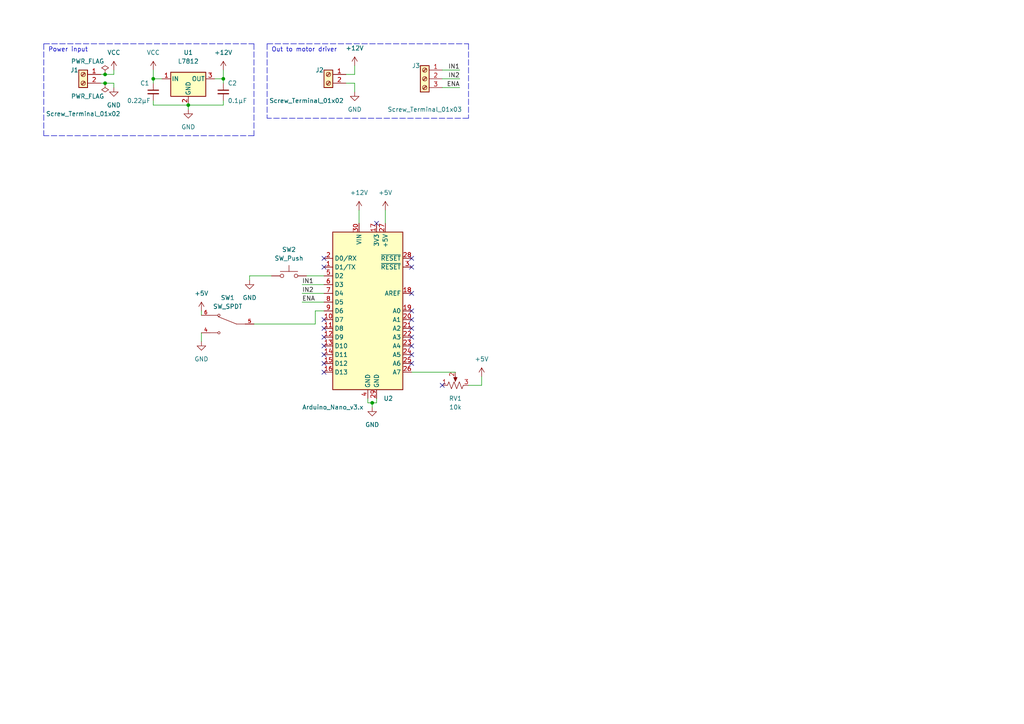
<source format=kicad_sch>
(kicad_sch (version 20211123) (generator eeschema)
  (paper "A4")
  (title_block (title "Coil Winder") (date "2023-01-29") (rev "A"))
  (lib_symbols
    (symbol "200USP1T1A1M6RE:200USP1T1A1M6RE" (pin_names (offset 1.016))
      (property "Reference" "S" (at -2.54 5.08 0))
      (property "Value" "200USP1T1A1M6RE" (at -2.54 -5.08 0))
      (symbol "200USP1T1A1M6RE_0_0"
        (polyline (pts (xy -2.54 0) (xy -5.08 0)) (stroke (width 0.1524)))
        (polyline (pts (xy -2.54 0) (xy 2.794 2.1336)) (stroke (width 0.1524)))
        (polyline (pts (xy 5.08 -2.54) (xy 2.921 -2.54)) (stroke (width 0.1524)))
        (polyline (pts (xy 5.08 2.54) (xy 2.921 2.54)) (stroke (width 0.1524)))
        (circle (center 2.54 -2.54) (radius 0.3302) (stroke (width 0.1524)))
        (circle (center 2.54 2.54) (radius 0.3302) (stroke (width 0.1524)))
        (pin passive line (at 7.62 -2.54 180) (length 2.54) (name "~") (number "4"))
        (pin passive line (at -7.62 0 0) (length 2.54) (name "~") (number "5"))
        (pin passive line (at 7.62 2.54 180) (length 2.54) (name "~") (number "6"))
      )
    )
    (symbol "Connector:Screw_Terminal_01x02" (pin_names (offset 1.016) hide)
      (property "Reference" "J" (at 0 2.54 0))
      (property "Value" "Screw_Terminal_01x02" (at 0 -5.08 0))
      (symbol "Screw_Terminal_01x02_1_1"
        (rectangle (start -1.27 1.27) (end 1.27 -3.81) (stroke (width 0.254)) (fill (type background)))
        (circle (center 0 -2.54) (radius 0.635) (stroke (width 0.1524)))
        (polyline (pts (xy -0.5334 -2.2098) (xy 0.3302 -3.048)) (stroke (width 0.1524)))
        (polyline (pts (xy -0.5334 0.3302) (xy 0.3302 -0.508)) (stroke (width 0.1524)))
        (polyline (pts (xy -0.3556 -2.032) (xy 0.508 -2.8702)) (stroke (width 0.1524)))
        (polyline (pts (xy -0.3556 0.508) (xy 0.508 -0.3302)) (stroke (width 0.1524)))
        (circle (center 0 0) (radius 0.635) (stroke (width 0.1524)))
        (pin passive line (at -5.08 0 0) (length 3.81) (name "Pin_1") (number "1"))
        (pin passive line (at -5.08 -2.54 0) (length 3.81) (name "Pin_2") (number "2"))
      )
    )
    (symbol "Connector:Screw_Terminal_01x03" (pin_names (offset 1.016) hide)
      (property "Reference" "J" (at 0 5.08 0))
      (property "Value" "Screw_Terminal_01x03" (at 0 -5.08 0))
      (symbol "Screw_Terminal_01x03_1_1"
        (rectangle (start -1.27 3.81) (end 1.27 -3.81) (stroke (width 0.254)) (fill (type background)))
        (circle (center 0 -2.54) (radius 0.635) (stroke (width 0.1524)))
        (polyline (pts (xy -0.5334 -2.2098) (xy 0.3302 -3.048)) (stroke (width 0.1524)))
        (polyline (pts (xy -0.5334 0.3302) (xy 0.3302 -0.508)) (stroke (width 0.1524)))
        (polyline (pts (xy -0.5334 2.8702) (xy 0.3302 2.032)) (stroke (width 0.1524)))
        (polyline (pts (xy -0.3556 -2.032) (xy 0.508 -2.8702)) (stroke (width 0.1524)))
        (polyline (pts (xy -0.3556 0.508) (xy 0.508 -0.3302)) (stroke (width 0.1524)))
        (polyline (pts (xy -0.3556 3.048) (xy 0.508 2.2098)) (stroke (width 0.1524)))
        (circle (center 0 0) (radius 0.635) (stroke (width 0.1524)))
        (circle (center 0 2.54) (radius 0.635) (stroke (width 0.1524)))
        (pin passive line (at -5.08 2.54 0) (length 3.81) (name "Pin_1") (number "1"))
        (pin passive line (at -5.08 0 0) (length 3.81) (name "Pin_2") (number "2"))
        (pin passive line (at -5.08 -2.54 0) (length 3.81) (name "Pin_3") (number "3"))
      )
    )
    (symbol "Device:C_Small" (pin_numbers hide) (pin_names (offset 0.254) hide)
      (property "Reference" "C" (at 0.254 1.778 0))
      (property "Value" "C_Small" (at 0.254 -2.032 0))
      (symbol "C_Small_0_1"
        (polyline (pts (xy -1.524 -0.508) (xy 1.524 -0.508)) (stroke (width 0.3302)))
        (polyline (pts (xy -1.524 0.508) (xy 1.524 0.508)) (stroke (width 0.3048)))
      )
      (symbol "C_Small_1_1"
        (pin passive line (at 0 2.54 270) (length 2.032) (name "~") (number "1"))
        (pin passive line (at 0 -2.54 90) (length 2.032) (name "~") (number "2"))
      )
    )
    (symbol "Device:R_Potentiometer_US" (pin_names (offset 1.016) hide)
      (property "Reference" "RV" (at -4.445 0 90))
      (property "Value" "R_Potentiometer_US" (at -2.54 0 90))
      (symbol "R_Potentiometer_US_0_1"
        (polyline (pts (xy 0 -2.286) (xy 0 -2.54)))
        (polyline (pts (xy 0 2.54) (xy 0 2.286)))
        (polyline (pts (xy 2.54 0) (xy 1.524 0)))
        (polyline (pts (xy 1.143 0) (xy 2.286 0.508) (xy 2.286 -0.508) (xy 1.143 0)) (fill (type outline)))
        (polyline (pts (xy 0 -0.762) (xy 1.016 -1.143) (xy 0 -1.524) (xy -1.016 -1.905) (xy 0 -2.286)))
        (polyline (pts (xy 0 0.762) (xy 1.016 0.381) (xy 0 0) (xy -1.016 -0.381) (xy 0 -0.762)))
        (polyline (pts (xy 0 2.286) (xy 1.016 1.905) (xy 0 1.524) (xy -1.016 1.143) (xy 0 0.762)))
      )
      (symbol "R_Potentiometer_US_1_1"
        (pin passive line (at 0 3.81 270) (length 1.27) (name "1") (number "1"))
        (pin passive line (at 3.81 0 180) (length 1.27) (name "2") (number "2"))
        (pin passive line (at 0 -3.81 90) (length 1.27) (name "3") (number "3"))
      )
    )
    (symbol "MCU_Module:Arduino_Nano_v3.x"
      (property "Reference" "A" (at -10.16 23.495 0))
      (property "Value" "Arduino_Nano_v3.x" (at 5.08 -24.13 0))
      (symbol "Arduino_Nano_v3.x_0_1"
        (rectangle (start -10.16 22.86) (end 10.16 -22.86) (stroke (width 0.254)) (fill (type background)))
      )
      (symbol "Arduino_Nano_v3.x_1_1"
        (pin bidirectional line (at -12.7 12.7 0) (length 2.54) (name "D1/TX") (number "1"))
        (pin bidirectional line (at -12.7 -2.54 0) (length 2.54) (name "D7") (number "10"))
        (pin bidirectional line (at -12.7 -5.08 0) (length 2.54) (name "D8") (number "11"))
        (pin bidirectional line (at -12.7 -7.62 0) (length 2.54) (name "D9") (number "12"))
        (pin bidirectional line (at -12.7 -10.16 0) (length 2.54) (name "D10") (number "13"))
        (pin bidirectional line (at -12.7 -12.7 0) (length 2.54) (name "D11") (number "14"))
        (pin bidirectional line (at -12.7 -15.24 0) (length 2.54) (name "D12") (number "15"))
        (pin bidirectional line (at -12.7 -17.78 0) (length 2.54) (name "D13") (number "16"))
        (pin power_out line (at 2.54 25.4 270) (length 2.54) (name "3V3") (number "17"))
        (pin input line (at 12.7 5.08 180) (length 2.54) (name "AREF") (number "18"))
        (pin bidirectional line (at 12.7 0 180) (length 2.54) (name "A0") (number "19"))
        (pin bidirectional line (at -12.7 15.24 0) (length 2.54) (name "D0/RX") (number "2"))
        (pin bidirectional line (at 12.7 -2.54 180) (length 2.54) (name "A1") (number "20"))
        (pin bidirectional line (at 12.7 -5.08 180) (length 2.54) (name "A2") (number "21"))
        (pin bidirectional line (at 12.7 -7.62 180) (length 2.54) (name "A3") (number "22"))
        (pin bidirectional line (at 12.7 -10.16 180) (length 2.54) (name "A4") (number "23"))
        (pin bidirectional line (at 12.7 -12.7 180) (length 2.54) (name "A5") (number "24"))
        (pin bidirectional line (at 12.7 -15.24 180) (length 2.54) (name "A6") (number "25"))
        (pin bidirectional line (at 12.7 -17.78 180) (length 2.54) (name "A7") (number "26"))
        (pin power_out line (at 5.08 25.4 270) (length 2.54) (name "+5V") (number "27"))
        (pin input line (at 12.7 15.24 180) (length 2.54) (name "~{RESET}") (number "28"))
        (pin power_in line (at 2.54 -25.4 90) (length 2.54) (name "GND") (number "29"))
        (pin input line (at 12.7 12.7 180) (length 2.54) (name "~{RESET}") (number "3"))
        (pin power_in line (at -2.54 25.4 270) (length 2.54) (name "VIN") (number "30"))
        (pin power_in line (at 0 -25.4 90) (length 2.54) (name "GND") (number "4"))
        (pin bidirectional line (at -12.7 10.16 0) (length 2.54) (name "D2") (number "5"))
        (pin bidirectional line (at -12.7 7.62 0) (length 2.54) (name "D3") (number "6"))
        (pin bidirectional line (at -12.7 5.08 0) (length 2.54) (name "D4") (number "7"))
        (pin bidirectional line (at -12.7 2.54 0) (length 2.54) (name "D5") (number "8"))
        (pin bidirectional line (at -12.7 0 0) (length 2.54) (name "D6") (number "9"))
      )
    )
    (symbol "Regulator_Linear:L7812" (pin_names (offset 0.254))
      (property "Reference" "U" (at -3.81 3.175 0))
      (property "Value" "L7812" (at 0 3.175 0))
      (symbol "L7812_0_1"
        (rectangle (start -5.08 1.905) (end 5.08 -5.08) (stroke (width 0.254)) (fill (type background)))
      )
      (symbol "L7812_1_1"
        (pin power_in line (at -7.62 0 0) (length 2.54) (name "IN") (number "1"))
        (pin power_in line (at 0 -7.62 90) (length 2.54) (name "GND") (number "2"))
        (pin power_out line (at 7.62 0 180) (length 2.54) (name "OUT") (number "3"))
      )
    )
    (symbol "Switch:SW_Push" (pin_numbers hide) (pin_names (offset 1.016) hide)
      (property "Reference" "SW" (at 1.27 2.54 0))
      (property "Value" "SW_Push" (at 0 -1.524 0))
      (symbol "SW_Push_0_1"
        (circle (center -2.032 0) (radius 0.508))
        (polyline (pts (xy 0 1.27) (xy 0 3.048)))
        (polyline (pts (xy 2.54 1.27) (xy -2.54 1.27)))
        (circle (center 2.032 0) (radius 0.508))
        (pin passive line (at -5.08 0 0) (length 2.54) (name "1") (number "1"))
        (pin passive line (at 5.08 0 180) (length 2.54) (name "2") (number "2"))
      )
    )
    (symbol "power:+12V" (power) (pin_names (offset 0))
      (property "Value" "+12V" (at 0 3.556 0))
      (symbol "+12V_0_1"
        (polyline (pts (xy -0.762 1.27) (xy 0 2.54)))
        (polyline (pts (xy 0 0) (xy 0 2.54)))
        (polyline (pts (xy 0 2.54) (xy 0.762 1.27)))
      )
      (symbol "+12V_1_1"
        (pin power_in line (at 0 0 90) (length 0) hide (name "+12V") (number "1"))
      )
    )
    (symbol "power:+5V" (power) (pin_names (offset 0))
      (property "Value" "+5V" (at 0 3.556 0))
      (symbol "+5V_0_1"
        (polyline (pts (xy -0.762 1.27) (xy 0 2.54)))
        (polyline (pts (xy 0 0) (xy 0 2.54)))
        (polyline (pts (xy 0 2.54) (xy 0.762 1.27)))
      )
      (symbol "+5V_1_1"
        (pin power_in line (at 0 0 90) (length 0) hide (name "+5V") (number "1"))
      )
    )
    (symbol "power:GND" (power) (pin_names (offset 0))
      (property "Value" "GND" (at 0 -3.81 0))
      (symbol "GND_0_1"
        (polyline (pts (xy 0 0) (xy 0 -1.27) (xy 1.27 -1.27) (xy 0 -2.54) (xy -1.27 -1.27) (xy 0 -1.27)))
      )
      (symbol "GND_1_1"
        (pin power_in line (at 0 0 270) (length 0) hide (name "GND") (number "1"))
      )
    )
    (symbol "power:PWR_FLAG" (power) (pin_numbers hide) (pin_names (offset 0) hide)
      (property "Value" "PWR_FLAG" (at 0 3.81 0))
      (symbol "PWR_FLAG_0_0"
        (pin power_out line (at 0 0 90) (length 0) (name "pwr") (number "1"))
      )
      (symbol "PWR_FLAG_0_1"
        (polyline (pts (xy 0 0) (xy 0 1.27) (xy -1.016 1.905) (xy 0 2.54) (xy 1.016 1.905) (xy 0 1.27)))
      )
    )
    (symbol "power:VCC" (power) (pin_names (offset 0))
      (property "Value" "VCC" (at 0 3.81 0))
      (symbol "VCC_0_1"
        (polyline (pts (xy -0.762 1.27) (xy 0 2.54)))
        (polyline (pts (xy 0 0) (xy 0 2.54)))
        (polyline (pts (xy 0 2.54) (xy 0.762 1.27)))
      )
      (symbol "VCC_1_1"
        (pin power_in line (at 0 0 90) (length 0) hide (name "VCC") (number "1"))
      )
    )
  )
  (junction (at 30.48 21.59))
  (junction (at 54.61 30.48))
  (junction (at 44.45 22.86))
  (junction (at 64.77 22.86))
  (junction (at 30.48 24.13))
  (junction (at 107.95 116.84))
  (no_connect (at 93.98 102.87))
  (no_connect (at 119.38 97.79))
  (no_connect (at 93.98 105.41))
  (no_connect (at 119.38 90.17))
  (no_connect (at 93.98 97.79))
  (no_connect (at 93.98 74.93))
  (no_connect (at 119.38 92.71))
  (no_connect (at 119.38 74.93))
  (no_connect (at 119.38 77.47))
  (no_connect (at 128.27 111.76))
  (no_connect (at 93.98 100.33))
  (no_connect (at 119.38 100.33))
  (no_connect (at 93.98 77.47))
  (no_connect (at 119.38 95.25))
  (no_connect (at 109.22 64.77))
  (no_connect (at 119.38 85.09))
  (no_connect (at 93.98 92.71))
  (no_connect (at 93.98 107.95))
  (no_connect (at 119.38 102.87))
  (no_connect (at 119.38 105.41))
  (no_connect (at 93.98 95.25))
  (wire (pts (xy 102.87 19.05) (xy 102.87 21.59)))
  (wire (pts (xy 109.22 115.57) (xy 109.22 116.84)))
  (wire (pts (xy 106.68 115.57) (xy 106.68 116.84)))
  (polyline (pts (xy 135.89 12.7) (xy 135.89 34.29)))
  (wire (pts (xy 128.27 22.86) (xy 133.35 22.86)))
  (wire (pts (xy 72.39 80.01) (xy 72.39 81.28)))
  (wire (pts (xy 64.77 22.86) (xy 64.77 24.13)))
  (wire (pts (xy 44.45 22.86) (xy 44.45 24.13)))
  (wire (pts (xy 73.66 93.98) (xy 91.44 93.98)))
  (wire (pts (xy 62.23 22.86) (xy 64.77 22.86)))
  (wire (pts (xy 87.63 87.63) (xy 93.98 87.63)))
  (wire (pts (xy 88.9 80.01) (xy 93.98 80.01)))
  (wire (pts (xy 30.48 21.59) (xy 29.21 21.59)))
  (wire (pts (xy 44.45 29.21) (xy 44.45 30.48)))
  (wire (pts (xy 128.27 25.4) (xy 133.35 25.4)))
  (wire (pts (xy 107.95 116.84) (xy 107.95 118.11)))
  (wire (pts (xy 54.61 30.48) (xy 54.61 31.75)))
  (wire (pts (xy 93.98 90.17) (xy 91.44 90.17)))
  (wire (pts (xy 139.7 111.76) (xy 135.89 111.76)))
  (wire (pts (xy 91.44 90.17) (xy 91.44 93.98)))
  (wire (pts (xy 44.45 20.32) (xy 44.45 22.86)))
  (wire (pts (xy 44.45 30.48) (xy 54.61 30.48)))
  (wire (pts (xy 33.02 24.13) (xy 33.02 25.4)))
  (wire (pts (xy 102.87 21.59) (xy 100.33 21.59)))
  (wire (pts (xy 104.14 60.96) (xy 104.14 64.77)))
  (wire (pts (xy 58.42 90.17) (xy 58.42 91.44)))
  (wire (pts (xy 30.48 24.13) (xy 33.02 24.13)))
  (wire (pts (xy 128.27 20.32) (xy 133.35 20.32)))
  (wire (pts (xy 139.7 109.22) (xy 139.7 111.76)))
  (wire (pts (xy 64.77 29.21) (xy 64.77 30.48)))
  (wire (pts (xy 78.74 80.01) (xy 72.39 80.01)))
  (wire (pts (xy 58.42 96.52) (xy 58.42 99.06)))
  (wire (pts (xy 33.02 20.32) (xy 33.02 21.59)))
  (wire (pts (xy 102.87 24.13) (xy 100.33 24.13)))
  (polyline (pts (xy 73.66 12.7) (xy 73.66 39.37)))
  (wire (pts (xy 107.95 116.84) (xy 109.22 116.84)))
  (wire (pts (xy 119.38 107.95) (xy 132.08 107.95)))
  (wire (pts (xy 102.87 26.67) (xy 102.87 24.13)))
  (polyline (pts (xy 77.47 12.7) (xy 135.89 12.7)))
  (wire (pts (xy 54.61 30.48) (xy 64.77 30.48)))
  (wire (pts (xy 106.68 116.84) (xy 107.95 116.84)))
  (polyline (pts (xy 12.7 12.7) (xy 73.66 12.7)))
  (polyline (pts (xy 77.47 12.7) (xy 77.47 34.29)))
  (polyline (pts (xy 135.89 34.29) (xy 77.47 34.29)))
  (wire (pts (xy 111.76 60.96) (xy 111.76 64.77)))
  (wire (pts (xy 30.48 21.59) (xy 33.02 21.59)))
  (wire (pts (xy 87.63 82.55) (xy 93.98 82.55)))
  (polyline (pts (xy 12.7 12.7) (xy 12.7 39.37)))
  (wire (pts (xy 87.63 85.09) (xy 93.98 85.09)))
  (wire (pts (xy 64.77 22.86) (xy 64.77 20.32)))
  (wire (pts (xy 44.45 22.86) (xy 46.99 22.86)))
  (wire (pts (xy 30.48 24.13) (xy 29.21 24.13)))
  (polyline (pts (xy 73.66 39.37) (xy 12.7 39.37)))
  (text "Power input" (at 13.97 15.24 0) (effects (font (size 1.27 1.27)) (justify left bottom)))
  (text "Out to motor driver" (at 97.79 15.24 180) (effects (font (size 1.27 1.27)) (justify right bottom)))
  (label "ENA" (at 87.63 87.63 0))
  (label "IN1" (at 133.35 20.32 180))
  (label "IN2" (at 87.63 85.09 0))
  (label "IN1" (at 87.63 82.55 0))
  (label "IN2" (at 133.35 22.86 180))
  (label "ENA" (at 133.35 25.4 180))
  (symbol (lib_id "Connector:Screw_Terminal_01x03") (at 123.19 22.86 0) (mirror y) (unit 1)
    (property "Reference" "J3" (at 120.65 19.05 0))
    (property "Value" "Screw_Terminal_01x03" (at 123.19 31.75 0))
    (property "Footprint" "Connector_PinHeader_2.54mm:PinHeader_1x03_P2.54mm_Vertical" (effects hide))
  )
  (symbol (lib_id "power:VCC") (at 33.02 20.32 0) (unit 1)
    (property "Reference" "#PWR0102" (effects hide))
    (property "Value" "VCC" (at 33.02 15.24 0))
  )
  (symbol (lib_id "power:GND") (at 72.39 81.28 0) (unit 1)
    (property "Reference" "#PWR03" (effects hide))
    (property "Value" "GND" (at 72.39 86.36 0))
  )
  (symbol (lib_id "power:PWR_FLAG") (at 30.48 24.13 180) (unit 1)
    (property "Reference" "#FLG0102" (effects hide))
    (property "Value" "PWR_FLAG" (at 25.4 27.94 0))
  )
  (symbol (lib_id "power:GND") (at 33.02 25.4 0) (unit 1)
    (property "Reference" "#PWR0103" (effects hide))
    (property "Value" "GND" (at 33.02 30.48 0))
  )
  (symbol (lib_id "Device:C_Small") (at 64.77 26.67 0) (unit 1)
    (property "Reference" "C2" (at 66.04 24.13 0) (effects (justify left)))
    (property "Value" "0.1µF" (at 66.04 29.21 0) (effects (justify left)))
    (property "Footprint" "Capacitor_THT:C_Disc_D4.3mm_W1.9mm_P5.00mm" (effects hide))
  )
  (symbol (lib_id "Connector:Screw_Terminal_01x02") (at 95.25 21.59 0) (mirror y) (unit 1)
    (property "Reference" "J2" (at 92.71 20.32 0))
    (property "Value" "Screw_Terminal_01x02" (at 88.9 29.21 0))
    (property "Footprint" "Connector_PinHeader_2.54mm:PinHeader_1x02_P2.54mm_Vertical" (effects hide))
  )
  (symbol (lib_id "200USP1T1A1M6RE:200USP1T1A1M6RE") (at 66.04 93.98 0) (mirror y) (unit 1)
    (property "Reference" "SW1" (at 66.04 86.36 0))
    (property "Value" "SW_SPDT" (at 66.04 88.9 0))
    (property "Footprint" "200USP1T1A1M6RE:SW_200USP1T1A1M6RE" (effects hide))
    (property "MANUFACTURER" "E-Switch" (effects hide))
    (property "MAXIMUM_PACKAGE_HEIGHT" "4.9mm" (effects hide))
    (property "SNAPEDA_PN" "200USP1T1A1M6RE" (effects hide))
    (property "STANDARD" "Manufacturer Recommendations" (effects hide))
    (property "PARTREV" "C" (effects hide))
  )
  (symbol (lib_id "Connector:Screw_Terminal_01x02") (at 24.13 21.59 0) (mirror y) (unit 1)
    (property "Reference" "J1" (at 21.59 20.32 0))
    (property "Value" "Screw_Terminal_01x02" (at 24.13 33.02 0))
    (property "Footprint" "Connector_PinHeader_2.54mm:PinHeader_1x02_P2.54mm_Vertical" (effects hide))
  )
  (symbol (lib_id "power:PWR_FLAG") (at 30.48 21.59 0) (unit 1)
    (property "Reference" "#FLG0101" (effects hide))
    (property "Value" "PWR_FLAG" (at 25.4 17.78 0))
  )
  (symbol (lib_id "power:+12V") (at 104.14 60.96 0) (unit 1)
    (property "Reference" "#PWR0106" (effects hide))
    (property "Value" "+12V" (at 104.14 55.88 0))
  )
  (symbol (lib_id "Device:R_Potentiometer_US") (at 132.08 111.76 90) (unit 1)
    (property "Reference" "RV1" (at 132.08 115.57 90))
    (property "Value" "10k" (at 132.08 118.11 90))
    (property "Footprint" "Potentiometer_THT:Potentiometer_Vishay_148-149_Single_Horizontal" (effects hide))
  )
  (symbol (lib_id "MCU_Module:Arduino_Nano_v3.x") (at 106.68 90.17 0) (unit 1)
    (property "Reference" "U2" (at 111.2394 115.57 0) (effects (justify left)))
    (property "Value" "Arduino_Nano_v3.x" (at 87.63 118.11 0) (effects (justify left)))
    (property "Footprint" "Module:Arduino_Nano" (effects hide))
    (property "Datasheet" "http://www.mouser.com/pdfdocs/Gravitech_Arduino_Nano3_0.pdf" (effects hide))
  )
  (symbol (lib_id "power:GND") (at 107.95 118.11 0) (unit 1)
    (property "Reference" "#PWR06" (effects hide))
    (property "Value" "GND" (at 107.95 123.19 0))
  )
  (symbol (lib_id "power:+5V") (at 58.42 90.17 0) (unit 1)
    (property "Reference" "#PWR01" (effects hide))
    (property "Value" "+5V" (at 58.42 85.09 0))
  )
  (symbol (lib_id "power:GND") (at 58.42 99.06 0) (unit 1)
    (property "Reference" "#PWR02" (effects hide))
    (property "Value" "GND" (at 58.42 104.14 0))
  )
  (symbol (lib_id "power:+5V") (at 139.7 109.22 0) (unit 1)
    (property "Reference" "#PWR07" (effects hide))
    (property "Value" "+5V" (at 139.7 104.14 0))
  )
  (symbol (lib_id "power:GND") (at 102.87 26.67 0) (unit 1)
    (property "Reference" "#PWR05" (effects hide))
    (property "Value" "GND" (at 102.87 31.75 0))
  )
  (symbol (lib_id "Regulator_Linear:L7812") (at 54.61 22.86 0) (unit 1)
    (property "Reference" "U1" (at 54.61 15.24 0))
    (property "Value" "L7812" (at 54.61 17.78 0))
    (property "Footprint" "Package_TO_SOT_THT:TO-220-3_Vertical" (effects hide))
    (property "Datasheet" "http://www.st.com/content/ccc/resource/technical/document/datasheet/41/4f/b3/b0/12/d4/47/88/CD00000444.pdf/files/CD00000444.pdf/jcr:content/translations/en.CD00000444.pdf" (effects hide))
  )
  (symbol (lib_id "power:VCC") (at 44.45 20.32 0) (unit 1)
    (property "Reference" "#PWR0101" (effects hide))
    (property "Value" "VCC" (at 44.45 15.24 0))
  )
  (symbol (lib_id "Switch:SW_Push") (at 83.82 80.01 0) (unit 1)
    (property "Reference" "SW2" (at 83.82 72.39 0))
    (property "Value" "SW_Push" (at 83.82 74.93 0))
    (property "Footprint" "Connector_PinHeader_2.54mm:PinHeader_1x02_P2.54mm_Vertical" (effects hide))
  )
  (symbol (lib_id "power:+5V") (at 111.76 60.96 0) (unit 1)
    (property "Reference" "#PWR0107" (effects hide))
    (property "Value" "+5V" (at 111.76 55.88 0))
  )
  (symbol (lib_id "power:GND") (at 54.61 31.75 0) (unit 1)
    (property "Reference" "#PWR0104" (effects hide))
    (property "Value" "GND" (at 54.61 36.83 0))
  )
  (symbol (lib_id "power:+12V") (at 102.87 19.05 0) (unit 1)
    (property "Reference" "#PWR04" (effects hide))
    (property "Value" "+12V" (at 102.87 13.97 0))
  )
  (symbol (lib_id "power:+12V") (at 64.77 20.32 0) (unit 1)
    (property "Reference" "#PWR0105" (effects hide))
    (property "Value" "+12V" (at 64.77 15.24 0))
  )
  (symbol (lib_id "Device:C_Small") (at 44.45 26.67 0) (unit 1)
    (property "Reference" "C1" (at 40.64 24.13 0) (effects (justify left)))
    (property "Value" "0.22µF" (at 36.83 29.21 0) (effects (justify left)))
    (property "Footprint" "Capacitor_THT:C_Disc_D4.3mm_W1.9mm_P5.00mm" (effects hide))
  )
)
</source>
